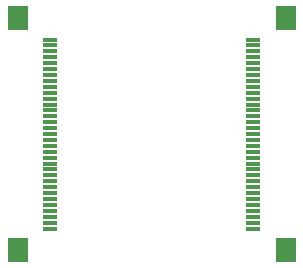
<source format=gtp>
G04 EasyEDA Pro v1.9.29.eba1c1, 2023-06-16 22:45:11*
G04 Gerber Generator version 0.3*G04*
G04 #@! TF.GenerationSoftware,Altium Limited,Altium Designer,21.4.1 (30)*
G04*
G04 Layer_Color=8421504*
%FSLAX25Y25*%
%MOIN*%
G70*
G04*
G04 #@! TF.SameCoordinates,70962A66-5B05-4BC0-AD96-6F7431C900D1*
G04*
G04*
G04 #@! TF.FilePolarity,Positive*
G04*
G01*
G75*
%ADD13R,0.05118X0.01181*%
%ADD14R,0.07087X0.07874*%
D13*
X213811Y90409D02*
D03*
Y92378D02*
D03*
Y94346D02*
D03*
X146189Y84504D02*
D03*
Y86472D02*
D03*
Y92378D02*
D03*
Y94346D02*
D03*
Y100252D02*
D03*
Y102220D02*
D03*
Y108126D02*
D03*
Y110094D02*
D03*
Y116000D02*
D03*
Y119937D02*
D03*
Y121905D02*
D03*
Y127811D02*
D03*
Y129780D02*
D03*
X146189Y135685D02*
D03*
Y137654D02*
D03*
X146189Y147496D02*
D03*
Y145528D02*
D03*
Y143559D02*
D03*
Y141590D02*
D03*
X146189Y139622D02*
D03*
X146189Y133716D02*
D03*
Y131748D02*
D03*
X146189Y125842D02*
D03*
Y123874D02*
D03*
X146189Y117968D02*
D03*
Y114031D02*
D03*
Y112063D02*
D03*
Y106157D02*
D03*
Y104189D02*
D03*
Y98283D02*
D03*
Y96315D02*
D03*
Y90409D02*
D03*
X146189Y88441D02*
D03*
X213811Y147496D02*
D03*
Y145528D02*
D03*
Y139622D02*
D03*
Y137654D02*
D03*
Y131748D02*
D03*
Y129780D02*
D03*
Y123874D02*
D03*
Y121906D02*
D03*
Y116000D02*
D03*
Y112063D02*
D03*
Y110095D02*
D03*
Y104189D02*
D03*
Y102220D02*
D03*
Y96315D02*
D03*
Y84504D02*
D03*
Y86472D02*
D03*
Y88441D02*
D03*
Y98283D02*
D03*
Y100252D02*
D03*
Y106158D02*
D03*
Y108126D02*
D03*
Y114032D02*
D03*
Y117969D02*
D03*
Y119937D02*
D03*
Y125843D02*
D03*
Y127811D02*
D03*
Y133717D02*
D03*
Y135685D02*
D03*
Y141591D02*
D03*
Y143559D02*
D03*
D14*
X135362Y154583D02*
D03*
Y77417D02*
D03*
X224638Y77417D02*
D03*
Y154583D02*
D03*
M02*

</source>
